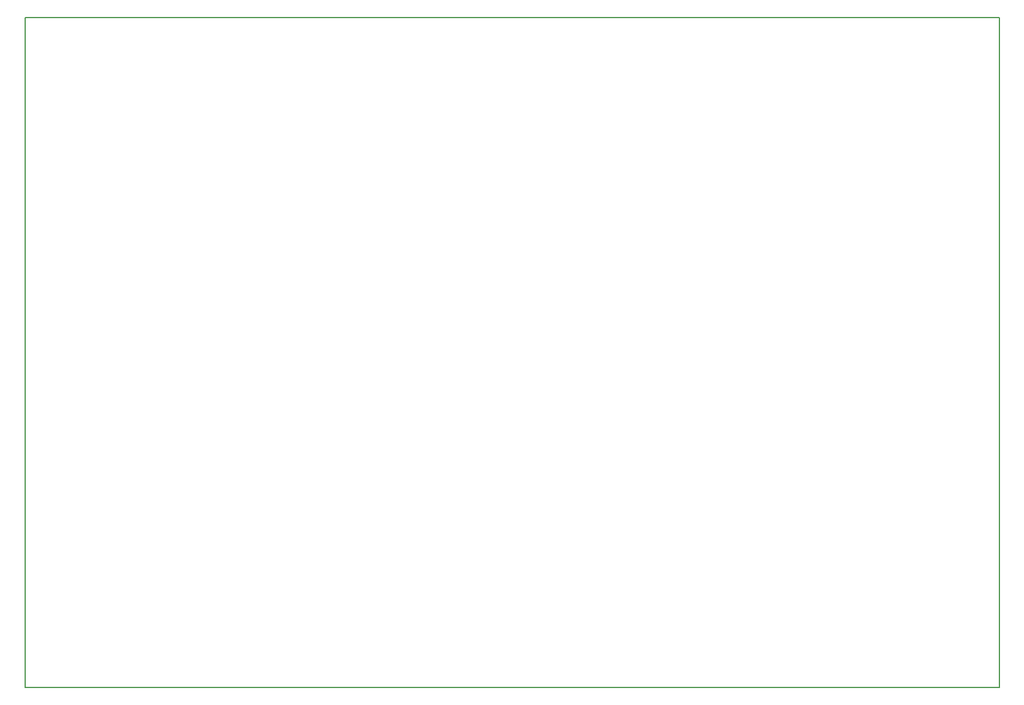
<source format=gm1>
G04 #@! TF.FileFunction,Profile,NP*
%FSLAX46Y46*%
G04 Gerber Fmt 4.6, Leading zero omitted, Abs format (unit mm)*
G04 Created by KiCad (PCBNEW no-vcs-found-product) date So 28 Aug 2016 22:52:49 CEST*
%MOMM*%
G01*
G04 APERTURE LIST*
%ADD10C,0.100000*%
%ADD11C,0.150000*%
G04 APERTURE END LIST*
D10*
D11*
X235000000Y-28000000D02*
X235000000Y-30000000D01*
X94000000Y-28000000D02*
X94000000Y-30000000D01*
X94000000Y-125000000D02*
X235000000Y-125000000D01*
X94000000Y-28000000D02*
X235000000Y-28000000D01*
X235000000Y-30000000D02*
X235000000Y-125000000D01*
X94000000Y-125000000D02*
X94000000Y-30000000D01*
M02*

</source>
